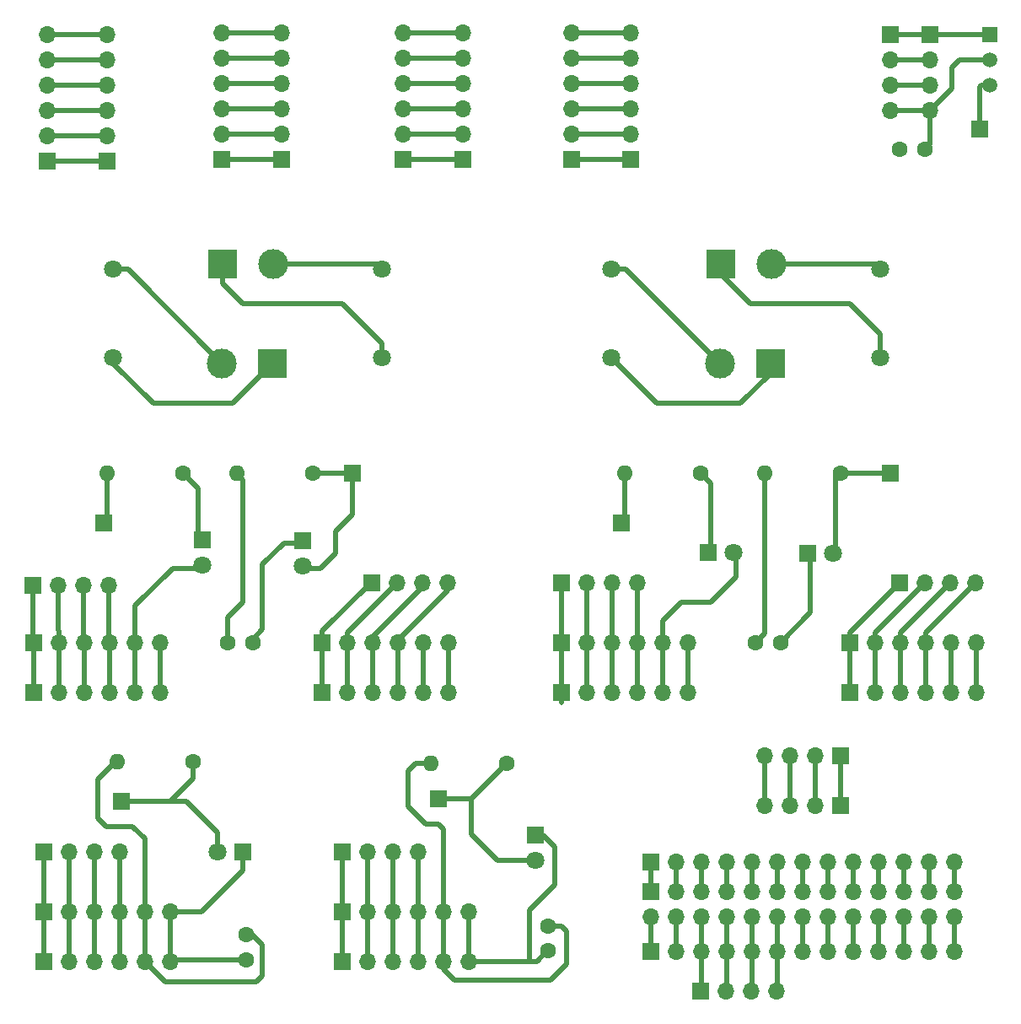
<source format=gbr>
G04 #@! TF.FileFunction,Copper,L2,Bot,Signal*
%FSLAX46Y46*%
G04 Gerber Fmt 4.6, Leading zero omitted, Abs format (unit mm)*
G04 Created by KiCad (PCBNEW 4.0.7) date 09/25/21 22:31:07*
%MOMM*%
%LPD*%
G01*
G04 APERTURE LIST*
%ADD10C,0.100000*%
%ADD11R,1.700000X1.700000*%
%ADD12O,1.700000X1.700000*%
%ADD13R,3.000000X3.000000*%
%ADD14C,3.000000*%
%ADD15C,1.800000*%
%ADD16R,1.800000X1.800000*%
%ADD17C,1.600000*%
%ADD18O,1.600000X1.600000*%
%ADD19C,1.520000*%
%ADD20R,1.520000X1.520000*%
%ADD21C,0.500000*%
G04 APERTURE END LIST*
D10*
D11*
X40397000Y-44645000D03*
D12*
X40397000Y-42105000D03*
X40397000Y-39565000D03*
X40397000Y-37025000D03*
X40397000Y-34485000D03*
X40397000Y-31945000D03*
D11*
X34397000Y-44645000D03*
D12*
X34397000Y-42105000D03*
X34397000Y-39565000D03*
X34397000Y-37025000D03*
X34397000Y-34485000D03*
X34397000Y-31945000D03*
D11*
X51923000Y-44521000D03*
D12*
X51923000Y-41981000D03*
X51923000Y-39441000D03*
X51923000Y-36901000D03*
X51923000Y-34361000D03*
X51923000Y-31821000D03*
D11*
X57923000Y-44521000D03*
D12*
X57923000Y-41981000D03*
X57923000Y-39441000D03*
X57923000Y-36901000D03*
X57923000Y-34361000D03*
X57923000Y-31821000D03*
D11*
X70084000Y-44540000D03*
D12*
X70084000Y-42000000D03*
X70084000Y-39460000D03*
X70084000Y-36920000D03*
X70084000Y-34380000D03*
X70084000Y-31840000D03*
D11*
X76084000Y-44540000D03*
D12*
X76084000Y-42000000D03*
X76084000Y-39460000D03*
X76084000Y-36920000D03*
X76084000Y-34380000D03*
X76084000Y-31840000D03*
D13*
X57000000Y-65000000D03*
D14*
X51920000Y-65000000D03*
D15*
X41000000Y-64445000D03*
X41000000Y-55555000D03*
D13*
X52000000Y-55000000D03*
D14*
X57080000Y-55000000D03*
D15*
X68000000Y-64445000D03*
X68000000Y-55555000D03*
D13*
X102000000Y-55000000D03*
D14*
X107080000Y-55000000D03*
D15*
X118000000Y-64445000D03*
X118000000Y-55555000D03*
D13*
X107000000Y-65000000D03*
D14*
X101920000Y-65000000D03*
D15*
X91000000Y-64445000D03*
X91000000Y-55555000D03*
D16*
X49970000Y-82720000D03*
D15*
X49970000Y-85260000D03*
D11*
X33000000Y-98000000D03*
D12*
X35540000Y-98000000D03*
X38080000Y-98000000D03*
X40620000Y-98000000D03*
X43160000Y-98000000D03*
X45700000Y-98000000D03*
D11*
X40000000Y-81000000D03*
X32920000Y-87290000D03*
D12*
X35460000Y-87290000D03*
X38000000Y-87290000D03*
X40540000Y-87290000D03*
D11*
X33000000Y-93000000D03*
D12*
X35540000Y-93000000D03*
X38080000Y-93000000D03*
X40620000Y-93000000D03*
X43160000Y-93000000D03*
X45700000Y-93000000D03*
D11*
X62000000Y-98000000D03*
D12*
X64540000Y-98000000D03*
X67080000Y-98000000D03*
X69620000Y-98000000D03*
X72160000Y-98000000D03*
X74700000Y-98000000D03*
D11*
X67000000Y-87000000D03*
D12*
X69540000Y-87000000D03*
X72080000Y-87000000D03*
X74620000Y-87000000D03*
D11*
X65000000Y-76000000D03*
X62000000Y-93000000D03*
D12*
X64540000Y-93000000D03*
X67080000Y-93000000D03*
X69620000Y-93000000D03*
X72160000Y-93000000D03*
X74700000Y-93000000D03*
D16*
X60000000Y-82750000D03*
D15*
X60000000Y-85290000D03*
D17*
X55000000Y-93000000D03*
X52500000Y-93000000D03*
X108000000Y-93000000D03*
X105500000Y-93000000D03*
X48000000Y-76000000D03*
D18*
X40380000Y-76000000D03*
D17*
X61000000Y-76000000D03*
D18*
X53380000Y-76000000D03*
D16*
X100710000Y-83940000D03*
D15*
X103250000Y-83940000D03*
D11*
X86000000Y-93000000D03*
D12*
X88540000Y-93000000D03*
X91080000Y-93000000D03*
X93620000Y-93000000D03*
X96160000Y-93000000D03*
X98700000Y-93000000D03*
D11*
X92000000Y-81000000D03*
X86000000Y-87000000D03*
D12*
X88540000Y-87000000D03*
X91080000Y-87000000D03*
X93620000Y-87000000D03*
D11*
X86000000Y-98000000D03*
D12*
X88540000Y-98000000D03*
X91080000Y-98000000D03*
X93620000Y-98000000D03*
X96160000Y-98000000D03*
X98700000Y-98000000D03*
D11*
X115000000Y-93000000D03*
D12*
X117540000Y-93000000D03*
X120080000Y-93000000D03*
X122620000Y-93000000D03*
X125160000Y-93000000D03*
X127700000Y-93000000D03*
D11*
X120000000Y-87000000D03*
D12*
X122540000Y-87000000D03*
X125080000Y-87000000D03*
X127620000Y-87000000D03*
D11*
X119000000Y-76000000D03*
X115000000Y-98000000D03*
D12*
X117540000Y-98000000D03*
X120080000Y-98000000D03*
X122620000Y-98000000D03*
X125160000Y-98000000D03*
X127700000Y-98000000D03*
D16*
X110750000Y-84020000D03*
D15*
X113290000Y-84020000D03*
D17*
X100000000Y-76000000D03*
D18*
X92380000Y-76000000D03*
D17*
X114000000Y-76000000D03*
D18*
X106380000Y-76000000D03*
D17*
X54370000Y-124860000D03*
X54370000Y-122360000D03*
D11*
X34000000Y-125000000D03*
D12*
X36540000Y-125000000D03*
X39080000Y-125000000D03*
X41620000Y-125000000D03*
X44160000Y-125000000D03*
X46700000Y-125000000D03*
D11*
X34000000Y-114000000D03*
D12*
X36540000Y-114000000D03*
X39080000Y-114000000D03*
X41620000Y-114000000D03*
D11*
X41830000Y-108940000D03*
X34000000Y-120000000D03*
D12*
X36540000Y-120000000D03*
X39080000Y-120000000D03*
X41620000Y-120000000D03*
X44160000Y-120000000D03*
X46700000Y-120000000D03*
D16*
X54000000Y-114000000D03*
D15*
X51460000Y-114000000D03*
D17*
X49000000Y-105000000D03*
D18*
X41380000Y-105000000D03*
D17*
X84660000Y-123940000D03*
X84660000Y-121440000D03*
D11*
X64000000Y-125000000D03*
D12*
X66540000Y-125000000D03*
X69080000Y-125000000D03*
X71620000Y-125000000D03*
X74160000Y-125000000D03*
X76700000Y-125000000D03*
D11*
X64000000Y-114000000D03*
D12*
X66540000Y-114000000D03*
X69080000Y-114000000D03*
X71620000Y-114000000D03*
D11*
X73660000Y-108712000D03*
X64000000Y-120000000D03*
D12*
X66540000Y-120000000D03*
X69080000Y-120000000D03*
X71620000Y-120000000D03*
X74160000Y-120000000D03*
X76700000Y-120000000D03*
D16*
X83370000Y-112370000D03*
D15*
X83370000Y-114910000D03*
D17*
X80518000Y-105156000D03*
D18*
X72898000Y-105156000D03*
D11*
X100000000Y-128000000D03*
D12*
X102540000Y-128000000D03*
X105080000Y-128000000D03*
X107620000Y-128000000D03*
D11*
X114010000Y-109350000D03*
D12*
X111470000Y-109350000D03*
X108930000Y-109350000D03*
X106390000Y-109350000D03*
D11*
X114010000Y-104350000D03*
D12*
X111470000Y-104350000D03*
X108930000Y-104350000D03*
X106390000Y-104350000D03*
D11*
X95000000Y-118000000D03*
D12*
X95000000Y-120540000D03*
X97540000Y-118000000D03*
X97540000Y-120540000D03*
X100080000Y-118000000D03*
X100080000Y-120540000D03*
X102620000Y-118000000D03*
X102620000Y-120540000D03*
X105160000Y-118000000D03*
X105160000Y-120540000D03*
X107700000Y-118000000D03*
X107700000Y-120540000D03*
X110240000Y-118000000D03*
X110240000Y-120540000D03*
X112780000Y-118000000D03*
X112780000Y-120540000D03*
X115320000Y-118000000D03*
X115320000Y-120540000D03*
X117860000Y-118000000D03*
X117860000Y-120540000D03*
X120400000Y-118000000D03*
X120400000Y-120540000D03*
X122940000Y-118000000D03*
X122940000Y-120540000D03*
X125480000Y-118000000D03*
X125480000Y-120540000D03*
D11*
X95000000Y-124000000D03*
D12*
X97540000Y-124000000D03*
X100080000Y-124000000D03*
X102620000Y-124000000D03*
X105160000Y-124000000D03*
X107700000Y-124000000D03*
X110240000Y-124000000D03*
X112780000Y-124000000D03*
X115320000Y-124000000D03*
X117860000Y-124000000D03*
X120400000Y-124000000D03*
X122940000Y-124000000D03*
X125480000Y-124000000D03*
D11*
X95000000Y-115000000D03*
D12*
X97540000Y-115000000D03*
X100080000Y-115000000D03*
X102620000Y-115000000D03*
X105160000Y-115000000D03*
X107700000Y-115000000D03*
X110240000Y-115000000D03*
X112780000Y-115000000D03*
X115320000Y-115000000D03*
X117860000Y-115000000D03*
X120400000Y-115000000D03*
X122940000Y-115000000D03*
X125480000Y-115000000D03*
D17*
X120000000Y-43500000D03*
X122500000Y-43500000D03*
D11*
X119000000Y-32000000D03*
D12*
X119000000Y-34540000D03*
X119000000Y-37080000D03*
X119000000Y-39620000D03*
D11*
X123000000Y-32000000D03*
D12*
X123000000Y-34540000D03*
X123000000Y-37080000D03*
X123000000Y-39620000D03*
D11*
X128000000Y-41500000D03*
D19*
X129000000Y-34540000D03*
X129000000Y-37080000D03*
D20*
X129000000Y-32000000D03*
D11*
X87000000Y-44500000D03*
D12*
X87000000Y-41960000D03*
X87000000Y-39420000D03*
X87000000Y-36880000D03*
X87000000Y-34340000D03*
X87000000Y-31800000D03*
D11*
X93000000Y-44500000D03*
D12*
X93000000Y-41960000D03*
X93000000Y-39420000D03*
X93000000Y-36880000D03*
X93000000Y-34340000D03*
X93000000Y-31800000D03*
D21*
X34397000Y-44645000D02*
X40397000Y-44645000D01*
X34397000Y-42105000D02*
X40397000Y-42105000D01*
X34397000Y-39565000D02*
X40397000Y-39565000D01*
X34397000Y-37025000D02*
X40397000Y-37025000D01*
X34397000Y-34485000D02*
X40397000Y-34485000D01*
X34397000Y-31945000D02*
X40397000Y-31945000D01*
X51923000Y-44521000D02*
X57923000Y-44521000D01*
X51923000Y-41981000D02*
X57923000Y-41981000D01*
X51923000Y-39441000D02*
X57923000Y-39441000D01*
X51923000Y-36901000D02*
X57923000Y-36901000D01*
X51923000Y-34361000D02*
X57923000Y-34361000D01*
X51923000Y-31821000D02*
X57923000Y-31821000D01*
X70084000Y-44540000D02*
X76084000Y-44540000D01*
X70084000Y-42000000D02*
X76084000Y-42000000D01*
X70084000Y-39460000D02*
X76084000Y-39460000D01*
X70084000Y-36920000D02*
X76084000Y-36920000D01*
X70084000Y-34380000D02*
X76084000Y-34380000D01*
X70084000Y-31840000D02*
X76084000Y-31840000D01*
X123000000Y-34540000D02*
X119000000Y-34540000D01*
X123000000Y-37080000D02*
X119000000Y-37080000D01*
X41000000Y-64445000D02*
X41000000Y-65000000D01*
X41000000Y-65000000D02*
X45000000Y-69000000D01*
X45000000Y-69000000D02*
X53000000Y-69000000D01*
X53000000Y-69000000D02*
X57000000Y-65000000D01*
X41000000Y-55555000D02*
X42475000Y-55555000D01*
X42475000Y-55555000D02*
X51920000Y-65000000D01*
X52000000Y-55000000D02*
X52000000Y-57000000D01*
X68000000Y-63000000D02*
X68000000Y-64445000D01*
X64000000Y-59000000D02*
X68000000Y-63000000D01*
X54000000Y-59000000D02*
X64000000Y-59000000D01*
X52000000Y-57000000D02*
X54000000Y-59000000D01*
X57080000Y-55000000D02*
X67445000Y-55000000D01*
X67445000Y-55000000D02*
X68000000Y-55555000D01*
X102000000Y-55000000D02*
X102000000Y-56000000D01*
X102000000Y-56000000D02*
X105000000Y-59000000D01*
X105000000Y-59000000D02*
X115000000Y-59000000D01*
X115000000Y-59000000D02*
X118000000Y-62000000D01*
X118000000Y-62000000D02*
X118000000Y-64445000D01*
X107080000Y-55000000D02*
X117445000Y-55000000D01*
X117445000Y-55000000D02*
X118000000Y-55555000D01*
X107000000Y-65000000D02*
X107000000Y-66000000D01*
X107000000Y-66000000D02*
X104000000Y-69000000D01*
X104000000Y-69000000D02*
X95555000Y-69000000D01*
X95555000Y-69000000D02*
X91000000Y-64445000D01*
X91000000Y-55555000D02*
X92475000Y-55555000D01*
X92475000Y-55555000D02*
X101920000Y-65000000D01*
X49500000Y-83000000D02*
X49500000Y-77500000D01*
X49500000Y-77500000D02*
X48000000Y-76000000D01*
X49500000Y-85540000D02*
X46960000Y-85540000D01*
X43160000Y-89340000D02*
X43160000Y-93000000D01*
X46960000Y-85540000D02*
X43160000Y-89340000D01*
X43160000Y-93000000D02*
X43160000Y-92440000D01*
X43160000Y-93000000D02*
X43160000Y-98000000D01*
X33000000Y-93000000D02*
X33000000Y-98000000D01*
X32920000Y-87290000D02*
X32920000Y-92920000D01*
X32920000Y-92920000D02*
X33000000Y-93000000D01*
X35540000Y-93000000D02*
X35540000Y-98000000D01*
X35460000Y-87290000D02*
X35460000Y-91790000D01*
X35540000Y-91870000D02*
X35540000Y-93000000D01*
X35460000Y-91790000D02*
X35540000Y-91870000D01*
X38080000Y-93000000D02*
X38080000Y-98000000D01*
X38000000Y-87290000D02*
X38000000Y-92920000D01*
X38000000Y-92920000D02*
X38080000Y-93000000D01*
X40540000Y-87290000D02*
X40540000Y-92920000D01*
X40540000Y-92920000D02*
X40620000Y-93000000D01*
X40620000Y-93000000D02*
X40620000Y-98000000D01*
X45700000Y-93000000D02*
X45700000Y-98000000D01*
X40380000Y-76000000D02*
X40380000Y-80620000D01*
X40380000Y-80620000D02*
X40000000Y-81000000D01*
X40000000Y-76380000D02*
X40380000Y-76000000D01*
X62000000Y-93000000D02*
X62000000Y-98000000D01*
X67000000Y-87000000D02*
X66840000Y-87000000D01*
X66840000Y-87000000D02*
X62000000Y-91840000D01*
X62000000Y-91840000D02*
X62000000Y-93000000D01*
X64540000Y-93000000D02*
X64540000Y-98000000D01*
X69540000Y-87000000D02*
X69520000Y-87000000D01*
X69520000Y-87000000D02*
X64540000Y-91980000D01*
X64540000Y-91980000D02*
X64540000Y-93000000D01*
X67080000Y-93000000D02*
X67080000Y-98000000D01*
X72080000Y-87000000D02*
X72080000Y-87400000D01*
X72080000Y-87400000D02*
X67080000Y-92400000D01*
X67080000Y-92400000D02*
X67080000Y-93000000D01*
X69620000Y-93000000D02*
X69620000Y-98000000D01*
X74620000Y-87000000D02*
X74620000Y-87770000D01*
X74620000Y-87770000D02*
X69620000Y-92770000D01*
X69620000Y-92770000D02*
X69620000Y-93000000D01*
X65000000Y-76000000D02*
X65000000Y-80180000D01*
X61820000Y-85540000D02*
X60000000Y-85540000D01*
X63310000Y-84050000D02*
X61820000Y-85540000D01*
X63310000Y-81870000D02*
X63310000Y-84050000D01*
X65000000Y-80180000D02*
X63310000Y-81870000D01*
X61000000Y-76000000D02*
X65000000Y-76000000D01*
X74700000Y-93000000D02*
X74700000Y-98000000D01*
X55000000Y-93000000D02*
X55000000Y-92690000D01*
X55000000Y-92690000D02*
X55990000Y-91700000D01*
X55990000Y-91700000D02*
X55990000Y-85170000D01*
X55990000Y-85170000D02*
X58160000Y-83000000D01*
X58160000Y-83000000D02*
X60000000Y-83000000D01*
X59190000Y-83000000D02*
X60000000Y-83000000D01*
X72160000Y-93000000D02*
X72160000Y-98000000D01*
X52500000Y-93000000D02*
X52500000Y-90490000D01*
X52500000Y-90490000D02*
X54040000Y-88950000D01*
X54040000Y-88950000D02*
X54040000Y-76660000D01*
X54040000Y-76660000D02*
X53380000Y-76000000D01*
X111000000Y-84000000D02*
X111000000Y-90000000D01*
X111000000Y-90000000D02*
X108000000Y-93000000D01*
X127700000Y-93000000D02*
X127700000Y-98000000D01*
X125160000Y-93000000D02*
X125160000Y-98000000D01*
X106380000Y-76000000D02*
X106380000Y-92120000D01*
X106380000Y-92120000D02*
X105500000Y-93000000D01*
X101000000Y-84000000D02*
X101000000Y-77000000D01*
X101000000Y-77000000D02*
X100000000Y-76000000D01*
X96160000Y-93000000D02*
X96160000Y-90840000D01*
X103540000Y-86460000D02*
X103540000Y-84000000D01*
X101000000Y-89000000D02*
X103540000Y-86460000D01*
X98000000Y-89000000D02*
X101000000Y-89000000D01*
X96160000Y-90840000D02*
X98000000Y-89000000D01*
X96160000Y-98000000D02*
X96160000Y-93000000D01*
X86000000Y-93000000D02*
X86000000Y-99000000D01*
X86000000Y-99000000D02*
X86000000Y-98000000D01*
X86000000Y-87000000D02*
X86000000Y-93000000D01*
X88540000Y-93000000D02*
X88540000Y-98000000D01*
X88540000Y-87000000D02*
X88540000Y-93000000D01*
X91080000Y-93000000D02*
X91080000Y-98000000D01*
X91080000Y-87000000D02*
X91080000Y-93000000D01*
X93620000Y-93000000D02*
X93620000Y-98000000D01*
X93620000Y-87000000D02*
X93620000Y-93000000D01*
X98700000Y-93000000D02*
X98700000Y-98000000D01*
X92380000Y-76000000D02*
X92380000Y-80620000D01*
X92380000Y-80620000D02*
X92000000Y-81000000D01*
X115000000Y-93000000D02*
X115000000Y-98000000D01*
X115000000Y-93000000D02*
X115000000Y-92000000D01*
X115000000Y-92000000D02*
X120000000Y-87000000D01*
X117540000Y-93000000D02*
X117540000Y-92000000D01*
X117540000Y-92000000D02*
X122540000Y-87000000D01*
X117540000Y-93000000D02*
X117540000Y-98000000D01*
X120080000Y-93000000D02*
X120080000Y-92000000D01*
X120080000Y-92000000D02*
X125080000Y-87000000D01*
X120080000Y-93000000D02*
X120080000Y-98000000D01*
X122620000Y-93000000D02*
X122620000Y-92000000D01*
X122620000Y-92000000D02*
X127620000Y-87000000D01*
X122620000Y-93000000D02*
X122620000Y-98000000D01*
X113540000Y-84000000D02*
X113540000Y-76460000D01*
X113540000Y-76460000D02*
X114000000Y-76000000D01*
X114000000Y-76000000D02*
X119000000Y-76000000D01*
X54370000Y-124860000D02*
X46840000Y-124860000D01*
X46840000Y-124860000D02*
X46700000Y-125000000D01*
X46700000Y-120000000D02*
X46700000Y-125000000D01*
X54000000Y-114000000D02*
X54000000Y-115890000D01*
X49890000Y-120000000D02*
X46700000Y-120000000D01*
X54000000Y-115890000D02*
X49890000Y-120000000D01*
X54370000Y-122360000D02*
X54960000Y-122360000D01*
X54960000Y-122360000D02*
X55970000Y-123370000D01*
X55970000Y-123370000D02*
X55970000Y-126490000D01*
X55970000Y-126490000D02*
X55360000Y-127100000D01*
X55360000Y-127100000D02*
X46260000Y-127100000D01*
X46260000Y-127100000D02*
X44160000Y-125000000D01*
X44160000Y-120000000D02*
X44160000Y-112700000D01*
X39470000Y-106760000D02*
X41230000Y-105000000D01*
X39470000Y-110640000D02*
X39470000Y-106760000D01*
X40310000Y-111480000D02*
X39470000Y-110640000D01*
X42940000Y-111480000D02*
X40310000Y-111480000D01*
X44160000Y-112700000D02*
X42940000Y-111480000D01*
X41230000Y-105000000D02*
X41380000Y-105000000D01*
X44160000Y-120000000D02*
X44160000Y-125000000D01*
X34000000Y-120000000D02*
X34000000Y-114000000D01*
X34000000Y-125000000D02*
X34000000Y-120000000D01*
X36540000Y-114000000D02*
X36540000Y-120000000D01*
X36540000Y-120000000D02*
X36540000Y-125000000D01*
X39080000Y-114000000D02*
X39080000Y-120000000D01*
X39080000Y-120000000D02*
X39080000Y-125000000D01*
X41620000Y-114000000D02*
X41620000Y-120000000D01*
X41620000Y-120000000D02*
X41620000Y-125000000D01*
X46220000Y-108940000D02*
X48360000Y-108940000D01*
X51460000Y-112040000D02*
X51460000Y-114000000D01*
X48360000Y-108940000D02*
X51460000Y-112040000D01*
X41830000Y-108940000D02*
X46220000Y-108940000D01*
X46220000Y-108940000D02*
X46730000Y-108940000D01*
X49000000Y-106670000D02*
X49000000Y-105000000D01*
X46730000Y-108940000D02*
X49000000Y-106670000D01*
X83370000Y-112370000D02*
X84176000Y-112370000D01*
X84176000Y-112370000D02*
X85344000Y-113538000D01*
X85344000Y-113538000D02*
X85344000Y-117348000D01*
X85344000Y-117348000D02*
X82804000Y-119888000D01*
X82804000Y-119888000D02*
X82804000Y-125000000D01*
X84660000Y-123940000D02*
X84580000Y-123940000D01*
X84580000Y-123940000D02*
X83520000Y-125000000D01*
X83520000Y-125000000D02*
X82804000Y-125000000D01*
X82804000Y-125000000D02*
X76700000Y-125000000D01*
X76700000Y-120000000D02*
X76700000Y-125000000D01*
X72898000Y-105156000D02*
X71374000Y-105156000D01*
X74160000Y-111752000D02*
X74160000Y-120000000D01*
X73660000Y-111252000D02*
X74160000Y-111752000D01*
X72390000Y-111252000D02*
X73660000Y-111252000D01*
X70612000Y-109474000D02*
X72390000Y-111252000D01*
X70612000Y-105918000D02*
X70612000Y-109474000D01*
X71374000Y-105156000D02*
X70612000Y-105918000D01*
X74160000Y-120000000D02*
X74160000Y-125000000D01*
X84660000Y-121440000D02*
X85990000Y-121440000D01*
X75240000Y-126900000D02*
X74160000Y-125820000D01*
X84910000Y-126900000D02*
X75240000Y-126900000D01*
X86500000Y-125310000D02*
X84910000Y-126900000D01*
X86500000Y-121950000D02*
X86500000Y-125310000D01*
X85990000Y-121440000D02*
X86500000Y-121950000D01*
X74160000Y-125820000D02*
X74160000Y-125000000D01*
X64000000Y-120000000D02*
X64000000Y-125000000D01*
X64000000Y-114000000D02*
X64000000Y-120000000D01*
X66540000Y-120000000D02*
X66540000Y-114000000D01*
X66540000Y-125000000D02*
X66540000Y-120000000D01*
X69080000Y-120000000D02*
X69080000Y-125000000D01*
X69080000Y-114000000D02*
X69080000Y-120000000D01*
X71620000Y-120000000D02*
X71620000Y-114000000D01*
X71620000Y-120000000D02*
X71620000Y-125000000D01*
X76962000Y-108712000D02*
X76962000Y-112268000D01*
X79604000Y-114910000D02*
X83370000Y-114910000D01*
X76962000Y-112268000D02*
X79604000Y-114910000D01*
X73660000Y-108712000D02*
X76962000Y-108712000D01*
X76962000Y-108712000D02*
X80518000Y-105156000D01*
X100080000Y-124000000D02*
X100080000Y-127920000D01*
X100080000Y-127920000D02*
X100000000Y-128000000D01*
X100080000Y-120540000D02*
X100080000Y-124000000D01*
X102620000Y-124000000D02*
X102620000Y-127920000D01*
X102620000Y-127920000D02*
X102540000Y-128000000D01*
X102620000Y-124000000D02*
X102620000Y-124620000D01*
X102620000Y-120540000D02*
X102620000Y-124000000D01*
X105160000Y-124000000D02*
X105160000Y-127920000D01*
X105160000Y-127920000D02*
X105080000Y-128000000D01*
X105160000Y-120540000D02*
X105160000Y-124000000D01*
X107700000Y-124000000D02*
X107700000Y-127920000D01*
X107700000Y-127920000D02*
X107620000Y-128000000D01*
X107700000Y-120540000D02*
X107700000Y-124000000D01*
X95000000Y-118000000D02*
X95000000Y-115000000D01*
X95000000Y-120540000D02*
X95000000Y-124000000D01*
X97540000Y-118000000D02*
X97540000Y-115000000D01*
X97540000Y-120540000D02*
X97540000Y-124000000D01*
X100080000Y-118000000D02*
X100080000Y-115000000D01*
X102620000Y-118000000D02*
X102620000Y-115000000D01*
X105160000Y-118000000D02*
X105160000Y-115000000D01*
X107700000Y-118000000D02*
X107700000Y-115000000D01*
X110240000Y-118000000D02*
X110240000Y-115000000D01*
X110240000Y-120540000D02*
X110240000Y-124000000D01*
X112780000Y-118000000D02*
X112780000Y-115000000D01*
X112780000Y-120540000D02*
X112780000Y-124000000D01*
X115320000Y-118000000D02*
X115320000Y-115000000D01*
X115320000Y-120540000D02*
X115320000Y-124000000D01*
X117860000Y-118000000D02*
X117860000Y-115000000D01*
X117860000Y-120540000D02*
X117860000Y-124000000D01*
X120400000Y-118000000D02*
X120400000Y-115000000D01*
X120400000Y-120540000D02*
X120400000Y-124000000D01*
X122940000Y-118000000D02*
X122940000Y-115000000D01*
X122940000Y-120540000D02*
X122940000Y-124000000D01*
X125480000Y-118000000D02*
X125480000Y-115000000D01*
X125480000Y-120540000D02*
X125480000Y-124000000D01*
X114010000Y-104350000D02*
X114010000Y-109350000D01*
X111470000Y-104350000D02*
X111470000Y-109350000D01*
X108930000Y-104350000D02*
X108930000Y-109350000D01*
X106390000Y-104350000D02*
X106390000Y-109350000D01*
X129000000Y-32000000D02*
X123000000Y-32000000D01*
X123000000Y-32000000D02*
X119000000Y-32000000D01*
X129000000Y-34540000D02*
X125960000Y-34540000D01*
X125250000Y-37370000D02*
X123000000Y-39620000D01*
X125250000Y-35250000D02*
X125250000Y-37370000D01*
X125960000Y-34540000D02*
X125250000Y-35250000D01*
X123000000Y-39620000D02*
X123000000Y-43000000D01*
X123000000Y-43000000D02*
X122500000Y-43500000D01*
X123000000Y-39620000D02*
X123380000Y-39620000D01*
X123000000Y-39620000D02*
X119000000Y-39620000D01*
X129000000Y-37080000D02*
X128170000Y-37080000D01*
X128000000Y-37250000D02*
X128000000Y-41500000D01*
X128170000Y-37080000D02*
X128000000Y-37250000D01*
X93000000Y-44500000D02*
X87000000Y-44500000D01*
X93000000Y-41960000D02*
X87000000Y-41960000D01*
X93000000Y-39420000D02*
X87000000Y-39420000D01*
X93000000Y-36880000D02*
X87000000Y-36880000D01*
X93000000Y-34340000D02*
X87000000Y-34340000D01*
X93000000Y-31800000D02*
X87000000Y-31800000D01*
M02*

</source>
